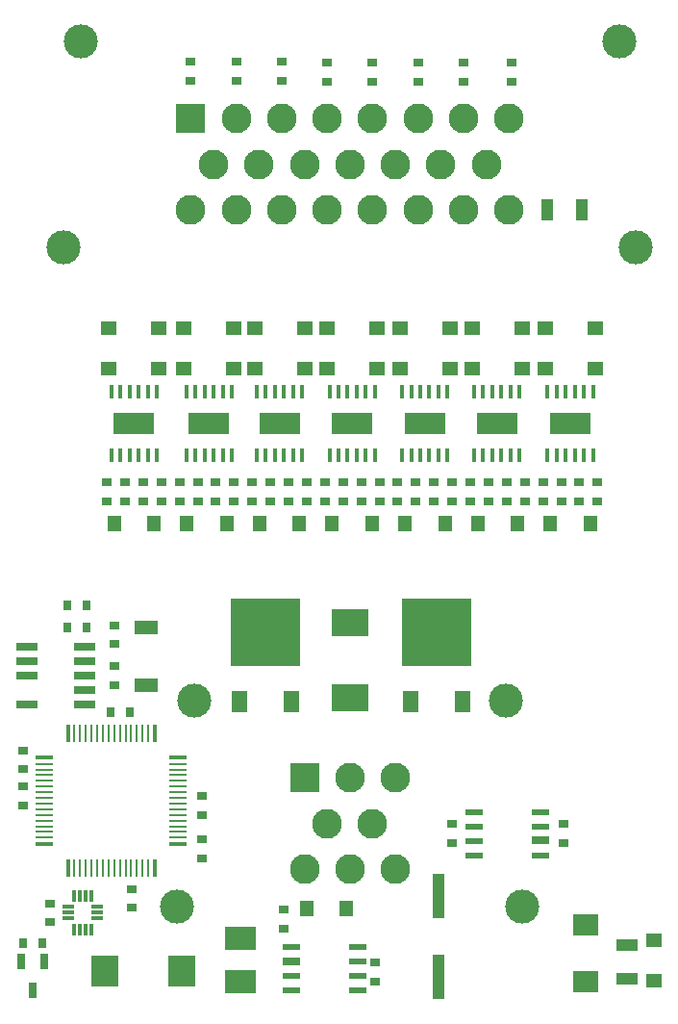
<source format=gts>
G04 #@! TF.GenerationSoftware,KiCad,Pcbnew,(5.0.0-rc2-dev-130-g0bdae22af-dirty)*
G04 #@! TF.CreationDate,2018-07-07T09:45:52+03:00*
G04 #@! TF.ProjectId,icu,6963752E6B696361645F706362000000,rev?*
G04 #@! TF.SameCoordinates,Original*
G04 #@! TF.FileFunction,Soldermask,Top*
G04 #@! TF.FilePolarity,Negative*
%FSLAX46Y46*%
G04 Gerber Fmt 4.6, Leading zero omitted, Abs format (unit mm)*
G04 Created by KiCad (PCBNEW (5.0.0-rc2-dev-130-g0bdae22af-dirty)) date Sat Jul  7 09:45:52 2018*
%MOMM*%
%LPD*%
G01*
G04 APERTURE LIST*
%ADD10R,0.998220X3.997960*%
%ADD11R,1.399540X1.297940*%
%ADD12R,0.939800X0.762000*%
%ADD13R,0.762000X0.939800*%
%ADD14R,1.899920X0.998220*%
%ADD15R,2.400000X2.700000*%
%ADD16R,0.700000X1.350000*%
%ADD17R,2.800000X2.000000*%
%ADD18R,1.400000X1.900000*%
%ADD19R,6.100000X5.970000*%
%ADD20R,1.524000X0.600000*%
%ADD21R,1.524000X0.635000*%
%ADD22R,2.179320X1.900000*%
%ADD23R,3.300000X2.400000*%
%ADD24R,1.297940X1.399540*%
%ADD25R,1.905000X0.635000*%
%ADD26R,0.400000X1.200000*%
%ADD27R,3.600000X1.900000*%
%ADD28R,0.398780X1.498600*%
%ADD29R,0.279400X1.498600*%
%ADD30R,1.498600X0.398780*%
%ADD31R,1.498600X0.279400*%
%ADD32R,2.000000X1.300000*%
%ADD33R,2.623820X2.623820*%
%ADD34C,2.623820*%
%ADD35C,2.999740*%
%ADD36R,0.998220X1.899920*%
%ADD37R,0.300000X1.000000*%
%ADD38R,1.000000X0.300000*%
G04 APERTURE END LIST*
D10*
X175800000Y-129401620D03*
X175800000Y-136498380D03*
D11*
X194800000Y-133284700D03*
X194800000Y-136815300D03*
D12*
X151400000Y-94638200D03*
X151400000Y-92961800D03*
X162200000Y-130561800D03*
X162200000Y-132238200D03*
D13*
X139211800Y-133500000D03*
X140888200Y-133500000D03*
D14*
X192400000Y-136698600D03*
X192400000Y-133701400D03*
D12*
X170250000Y-135211800D03*
X170250000Y-136888200D03*
D15*
X153200000Y-136000000D03*
X146400000Y-136000000D03*
D16*
X141050000Y-135100000D03*
X139050000Y-135100000D03*
X140050000Y-137700000D03*
D17*
X158400000Y-133100000D03*
X158400000Y-136900000D03*
D18*
X158310000Y-112285000D03*
X162890000Y-112285000D03*
D19*
X160600000Y-106200000D03*
D20*
X168680610Y-133876856D03*
X168680610Y-135146856D03*
X168680610Y-136416856D03*
X168680610Y-137686856D03*
X162838610Y-137686856D03*
X162838610Y-136416856D03*
D21*
X162838610Y-135181856D03*
D20*
X162838610Y-133876856D03*
D12*
X148200000Y-92961800D03*
X148200000Y-94638200D03*
X146600000Y-94638200D03*
X146600000Y-92961800D03*
X157800000Y-92961800D03*
X157800000Y-94638200D03*
X164200000Y-94638200D03*
X164200000Y-92961800D03*
X170600000Y-92961800D03*
X170600000Y-94638200D03*
X177000000Y-94638200D03*
X177000000Y-92961800D03*
X183400000Y-94638200D03*
X183400000Y-92961800D03*
X189800000Y-94638200D03*
X189800000Y-92961800D03*
X186850000Y-124688200D03*
X186850000Y-123011800D03*
X148800000Y-128761800D03*
X148800000Y-130438200D03*
X139200000Y-121438200D03*
X139200000Y-119761800D03*
D13*
X146961800Y-113200000D03*
X148638200Y-113200000D03*
D12*
X139200000Y-118238200D03*
X139200000Y-116561800D03*
X155000000Y-120561800D03*
X155000000Y-122238200D03*
X155000000Y-124361800D03*
X155000000Y-126038200D03*
X147300000Y-107238200D03*
X147300000Y-105561800D03*
D18*
X173310000Y-112285000D03*
X177890000Y-112285000D03*
D19*
X175600000Y-106200000D03*
D22*
X188800000Y-136900000D03*
X188800000Y-131900000D03*
D23*
X168000000Y-111900000D03*
X168000000Y-105300000D03*
D24*
X167715300Y-130450000D03*
X164184700Y-130450000D03*
X150765300Y-96600000D03*
X147234700Y-96600000D03*
D11*
X151200000Y-82965300D03*
X151200000Y-79434700D03*
X146800000Y-79434700D03*
X146800000Y-82965300D03*
D24*
X157165300Y-96600000D03*
X153634700Y-96600000D03*
D11*
X157800000Y-82965300D03*
X157800000Y-79434700D03*
X153400000Y-79434700D03*
X153400000Y-82965300D03*
D24*
X160034700Y-96600000D03*
X163565300Y-96600000D03*
D11*
X164000000Y-79434700D03*
X164000000Y-82965300D03*
X159600000Y-82965300D03*
X159600000Y-79434700D03*
D24*
X169965300Y-96600000D03*
X166434700Y-96600000D03*
D11*
X170400000Y-82965300D03*
X170400000Y-79434700D03*
X166000000Y-79434700D03*
X166000000Y-82965300D03*
D24*
X176365300Y-96600000D03*
X172834700Y-96600000D03*
D11*
X176800000Y-79434700D03*
X176800000Y-82965300D03*
X172400000Y-82965300D03*
X172400000Y-79434700D03*
D24*
X179234700Y-96600000D03*
X182765300Y-96600000D03*
D11*
X183200000Y-82965300D03*
X183200000Y-79434700D03*
X178800000Y-79434700D03*
X178800000Y-82965300D03*
D24*
X185634700Y-96600000D03*
X189165300Y-96600000D03*
D11*
X189600000Y-79434700D03*
X189600000Y-82965300D03*
X185200000Y-82965300D03*
X185200000Y-79434700D03*
D25*
X139571753Y-107463830D03*
X144651753Y-107463830D03*
X139571753Y-108733830D03*
X144651753Y-108733830D03*
X139571753Y-110003830D03*
X144651753Y-110003830D03*
X144651753Y-111273830D03*
X139571753Y-112543830D03*
X144651753Y-112543830D03*
D12*
X156200000Y-92961800D03*
X156200000Y-94638200D03*
X154600000Y-94638200D03*
X154600000Y-92961800D03*
X153000000Y-92961800D03*
X153000000Y-94638200D03*
X162600000Y-94638200D03*
X162600000Y-92961800D03*
X161000000Y-94638200D03*
X161000000Y-92961800D03*
X159400000Y-92961800D03*
X159400000Y-94638200D03*
X169000000Y-94638200D03*
X169000000Y-92961800D03*
X167400000Y-94638200D03*
X167400000Y-92961800D03*
X165800000Y-92961800D03*
X165800000Y-94638200D03*
X175400000Y-92961800D03*
X175400000Y-94638200D03*
X173800000Y-94638200D03*
X173800000Y-92961800D03*
X172200000Y-92961800D03*
X172200000Y-94638200D03*
X181800000Y-94638200D03*
X181800000Y-92961800D03*
X180200000Y-92961800D03*
X180200000Y-94638200D03*
X178600000Y-94638200D03*
X178600000Y-92961800D03*
X188200000Y-94638200D03*
X188200000Y-92961800D03*
X186600000Y-94638200D03*
X186600000Y-92961800D03*
X185000000Y-94638200D03*
X185000000Y-92961800D03*
D13*
X144838200Y-105800000D03*
X143161800Y-105800000D03*
X144838200Y-103800000D03*
X143161800Y-103800000D03*
D26*
X147000000Y-90600000D03*
X147800000Y-90600000D03*
X148600000Y-90600000D03*
X149400000Y-90600000D03*
X150200000Y-90600000D03*
X151000000Y-90600000D03*
X151000000Y-85000000D03*
X150200000Y-85000000D03*
X149400000Y-85000000D03*
X148600000Y-85000000D03*
X147800000Y-85000000D03*
X147000000Y-85000000D03*
D27*
X149000000Y-87800000D03*
X155609657Y-87800000D03*
D26*
X153609657Y-85000000D03*
X154409657Y-85000000D03*
X155209657Y-85000000D03*
X156009657Y-85000000D03*
X156809657Y-85000000D03*
X157609657Y-85000000D03*
X157609657Y-90600000D03*
X156809657Y-90600000D03*
X156009657Y-90600000D03*
X155209657Y-90600000D03*
X154409657Y-90600000D03*
X153609657Y-90600000D03*
X159800000Y-90600000D03*
X160600000Y-90600000D03*
X161400000Y-90600000D03*
X162200000Y-90600000D03*
X163000000Y-90600000D03*
X163800000Y-90600000D03*
X163800000Y-85000000D03*
X163000000Y-85000000D03*
X162200000Y-85000000D03*
X161400000Y-85000000D03*
X160600000Y-85000000D03*
X159800000Y-85000000D03*
D27*
X161800000Y-87800000D03*
D26*
X166200000Y-90600000D03*
X167000000Y-90600000D03*
X167800000Y-90600000D03*
X168600000Y-90600000D03*
X169400000Y-90600000D03*
X170200000Y-90600000D03*
X170200000Y-85000000D03*
X169400000Y-85000000D03*
X168600000Y-85000000D03*
X167800000Y-85000000D03*
X167000000Y-85000000D03*
X166200000Y-85000000D03*
D27*
X168200000Y-87800000D03*
D26*
X172600000Y-90600000D03*
X173400000Y-90600000D03*
X174200000Y-90600000D03*
X175000000Y-90600000D03*
X175800000Y-90600000D03*
X176600000Y-90600000D03*
X176600000Y-85000000D03*
X175800000Y-85000000D03*
X175000000Y-85000000D03*
X174200000Y-85000000D03*
X173400000Y-85000000D03*
X172600000Y-85000000D03*
D27*
X174600000Y-87800000D03*
X180929657Y-87800000D03*
D26*
X178929657Y-85000000D03*
X179729657Y-85000000D03*
X180529657Y-85000000D03*
X181329657Y-85000000D03*
X182129657Y-85000000D03*
X182929657Y-85000000D03*
X182929657Y-90600000D03*
X182129657Y-90600000D03*
X181329657Y-90600000D03*
X180529657Y-90600000D03*
X179729657Y-90600000D03*
X178929657Y-90600000D03*
D27*
X187400000Y-87800000D03*
D26*
X185400000Y-85000000D03*
X186200000Y-85000000D03*
X187000000Y-85000000D03*
X187800000Y-85000000D03*
X188600000Y-85000000D03*
X189400000Y-85000000D03*
X189400000Y-90600000D03*
X188600000Y-90600000D03*
X187800000Y-90600000D03*
X187000000Y-90600000D03*
X186200000Y-90600000D03*
X185400000Y-90600000D03*
D20*
X178970433Y-125799570D03*
X178970433Y-124529570D03*
X178970433Y-123259570D03*
X178970433Y-121989570D03*
X184812433Y-121989570D03*
X184812433Y-123259570D03*
D21*
X184812433Y-124494570D03*
D20*
X184812433Y-125799570D03*
D28*
X143190000Y-126897880D03*
D29*
X143751340Y-126897880D03*
X144251720Y-126897880D03*
X144752100Y-126897880D03*
X145252480Y-126897880D03*
X145750320Y-126897880D03*
X146250700Y-126897880D03*
X146751080Y-126897880D03*
X147248920Y-126897880D03*
X147749300Y-126897880D03*
X148249680Y-126897880D03*
X148747520Y-126897880D03*
X149247900Y-126897880D03*
X149748280Y-126897880D03*
X150248660Y-126897880D03*
D28*
X150810000Y-126897880D03*
D30*
X152897880Y-124810000D03*
D31*
X152897880Y-124248660D03*
X152897880Y-123748280D03*
X152897880Y-123247900D03*
X152897880Y-122747520D03*
X152897880Y-122249680D03*
X152897880Y-121749300D03*
X152897880Y-121248920D03*
X152897880Y-120751080D03*
X152897880Y-120250700D03*
X152897880Y-119750320D03*
X152897880Y-119252480D03*
X152897880Y-118752100D03*
X152897880Y-118251720D03*
X152897880Y-117751340D03*
D30*
X152897880Y-117190000D03*
D28*
X150810000Y-115102120D03*
D29*
X150248660Y-115102120D03*
X149748280Y-115102120D03*
X149247900Y-115102120D03*
X148747520Y-115102120D03*
X148249680Y-115102120D03*
X147749300Y-115102120D03*
X147248920Y-115102120D03*
X146751080Y-115102120D03*
X146250700Y-115102120D03*
X145750320Y-115102120D03*
X145252480Y-115102120D03*
X144752100Y-115102120D03*
X144251720Y-115102120D03*
X143751340Y-115102120D03*
D28*
X143190000Y-115102120D03*
D30*
X141102120Y-117190000D03*
D31*
X141102120Y-117751340D03*
X141102120Y-118251720D03*
X141102120Y-118752100D03*
X141102120Y-119252480D03*
X141102120Y-119750320D03*
X141102120Y-120250700D03*
X141102120Y-120751080D03*
X141102120Y-121248920D03*
X141102120Y-121749300D03*
X141102120Y-122249680D03*
X141102120Y-122747520D03*
X141102120Y-123247900D03*
X141102120Y-123748280D03*
X141102120Y-124248660D03*
D30*
X141102120Y-124810000D03*
D32*
X150033170Y-105724862D03*
X150033170Y-110804862D03*
D33*
X154000260Y-60999580D03*
D34*
X157998220Y-60999580D03*
X161998720Y-60999580D03*
X165999220Y-60999580D03*
X169997180Y-60999580D03*
X173997680Y-60999580D03*
X177998180Y-60999580D03*
X181996140Y-60999580D03*
X155999240Y-64997540D03*
X159999740Y-64997540D03*
X164000240Y-64997540D03*
X167998200Y-64997540D03*
X171996160Y-64997540D03*
X175996660Y-64997540D03*
X179997160Y-64997540D03*
X154000260Y-68995500D03*
X157998220Y-68995500D03*
X161998720Y-68995500D03*
X165999220Y-68995500D03*
X169997180Y-68995500D03*
X173997680Y-68995500D03*
X177998180Y-68995500D03*
X181996140Y-68995500D03*
D35*
X144300000Y-54200000D03*
X191696400Y-54200000D03*
X142798860Y-72297500D03*
X193197540Y-72297500D03*
D33*
X164000260Y-118999580D03*
D34*
X167998220Y-118999580D03*
X171996180Y-118999580D03*
X165999240Y-122997540D03*
X169997200Y-122997540D03*
X164000260Y-126995500D03*
X167998220Y-126995500D03*
X171996180Y-126995500D03*
D35*
X154300000Y-112200000D03*
X181696440Y-112200000D03*
X183197580Y-130297500D03*
X152798860Y-130297500D03*
D36*
X188398600Y-69000000D03*
X185401400Y-69000000D03*
D12*
X153962873Y-55960460D03*
X153962873Y-57636860D03*
X158000000Y-57636860D03*
X158000000Y-55960460D03*
X162000000Y-55960460D03*
X162000000Y-57636860D03*
X166000000Y-57738200D03*
X166000000Y-56061800D03*
X147300000Y-110838200D03*
X147300000Y-109161800D03*
X149800000Y-92961800D03*
X149800000Y-94638200D03*
X182200000Y-56061800D03*
X182200000Y-57738200D03*
X178000000Y-57738200D03*
X178000000Y-56061800D03*
X174000000Y-56061800D03*
X174000000Y-57738200D03*
X170000000Y-57738200D03*
X170000000Y-56061800D03*
X141600000Y-130023600D03*
X141600000Y-131700000D03*
X177000000Y-123061800D03*
X177000000Y-124738200D03*
D37*
X145243500Y-132350190D03*
X144743500Y-132350190D03*
X144243500Y-132350190D03*
X143743500Y-132350190D03*
D38*
X143243500Y-131350190D03*
X143243500Y-130850190D03*
X143243500Y-130350190D03*
D37*
X143743500Y-129350190D03*
X144243500Y-129350190D03*
X144743500Y-129350190D03*
X145243500Y-129350190D03*
D38*
X145743500Y-130350190D03*
X145743500Y-130850190D03*
X145743500Y-131350190D03*
M02*

</source>
